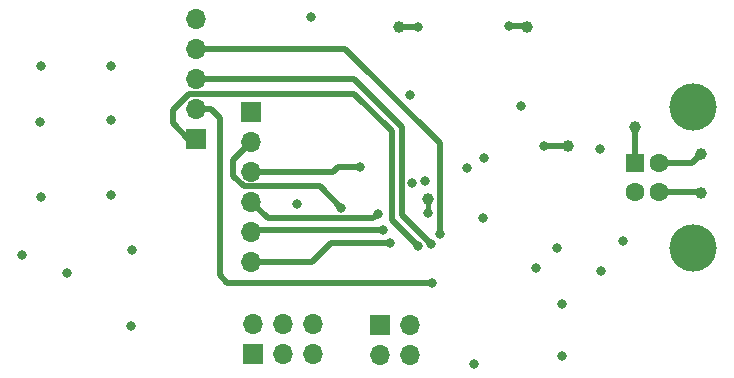
<source format=gbr>
%TF.GenerationSoftware,KiCad,Pcbnew,9.0.6+1*%
%TF.CreationDate,2025-12-12T14:05:26+00:00*%
%TF.ProjectId,KDT_Hierarchical_KiBot,4b44545f-4869-4657-9261-726368696361,0.1.6*%
%TF.SameCoordinates,Original*%
%TF.FileFunction,Copper,L6,Bot*%
%TF.FilePolarity,Positive*%
%FSLAX46Y46*%
G04 Gerber Fmt 4.6, Leading zero omitted, Abs format (unit mm)*
G04 Created by KiCad (PCBNEW 9.0.6+1) date 2025-12-12 14:05:26*
%MOMM*%
%LPD*%
G01*
G04 APERTURE LIST*
%TA.AperFunction,ComponentPad*%
%ADD10R,1.700000X1.700000*%
%TD*%
%TA.AperFunction,ComponentPad*%
%ADD11O,1.700000X1.700000*%
%TD*%
%TA.AperFunction,ComponentPad*%
%ADD12R,1.600000X1.600000*%
%TD*%
%TA.AperFunction,ComponentPad*%
%ADD13C,1.600000*%
%TD*%
%TA.AperFunction,ComponentPad*%
%ADD14C,4.000000*%
%TD*%
%TA.AperFunction,SMDPad,CuDef*%
%ADD15C,1.000000*%
%TD*%
%TA.AperFunction,ViaPad*%
%ADD16C,0.800000*%
%TD*%
%TA.AperFunction,Conductor*%
%ADD17C,0.508000*%
%TD*%
%TA.AperFunction,Conductor*%
%ADD18C,0.381000*%
%TD*%
G04 APERTURE END LIST*
D10*
%TO.P,J3,1,Pin_1*%
%TO.N,Net-(J3-Pin_1)*%
X130773600Y-85194800D03*
D11*
%TO.P,J3,2,Pin_2*%
%TO.N,Net-(J3-Pin_2)*%
X130773600Y-82654800D03*
%TO.P,J3,3,Pin_3*%
%TO.N,Net-(J3-Pin_3)*%
X130773600Y-80114800D03*
%TO.P,J3,4,Pin_4*%
%TO.N,Net-(J3-Pin_4)*%
X130773600Y-77574800D03*
%TO.P,J3,5,Pin_5*%
%TO.N,Net-(J3-Pin_5)*%
X130773600Y-75034800D03*
%TD*%
D10*
%TO.P,J6,1,Pin_1*%
%TO.N,Net-(J6-Pin_1)*%
X135443600Y-82910800D03*
D11*
%TO.P,J6,2,Pin_2*%
%TO.N,Net-(J6-Pin_2)*%
X135443600Y-85450800D03*
%TO.P,J6,3,Pin_3*%
%TO.N,Net-(J6-Pin_3)*%
X135443600Y-87990800D03*
%TO.P,J6,4,Pin_4*%
%TO.N,Net-(J6-Pin_4)*%
X135443600Y-90530800D03*
%TO.P,J6,5,Pin_5*%
%TO.N,Net-(J6-Pin_5)*%
X135443600Y-93070800D03*
%TO.P,J6,6,Pin_6*%
%TO.N,Net-(J6-Pin_6)*%
X135443600Y-95610800D03*
%TD*%
D12*
%TO.P,J2,1,VBUS*%
%TO.N,Net-(J2-VBUS)*%
X167955600Y-87228800D03*
D13*
%TO.P,J2,2,D-*%
%TO.N,Net-(J2-D-)*%
X167955600Y-89728800D03*
%TO.P,J2,3,D+*%
%TO.N,Net-(J2-D+)*%
X169955600Y-89728800D03*
%TO.P,J2,4,GND*%
%TO.N,Earth*%
X169955600Y-87228800D03*
D14*
%TO.P,J2,5,Shield*%
%TO.N,Net-(J2-Shield)*%
X172815600Y-82478800D03*
X172815600Y-94478800D03*
%TD*%
D10*
%TO.P,J5,1,Pin_1*%
%TO.N,/MISO2*%
X135596000Y-103459400D03*
D11*
%TO.P,J5,2,Pin_2*%
%TO.N,+5V*%
X135596000Y-100919400D03*
%TO.P,J5,3,Pin_3*%
%TO.N,/SCK2*%
X138136000Y-103459400D03*
%TO.P,J5,4,Pin_4*%
%TO.N,/MOSI2*%
X138136000Y-100919400D03*
%TO.P,J5,5,Pin_5*%
%TO.N,/RESET2*%
X140676000Y-103459400D03*
%TO.P,J5,6,Pin_6*%
%TO.N,GND*%
X140676000Y-100919400D03*
%TD*%
D10*
%TO.P,J4,1,Pin_1*%
%TO.N,Net-(J4-Pin_1)*%
X146365600Y-100944800D03*
D11*
%TO.P,J4,2,Pin_2*%
%TO.N,Net-(J4-Pin_2)*%
X148905600Y-100944800D03*
%TO.P,J4,3,Pin_3*%
%TO.N,Net-(J4-Pin_3)*%
X146365600Y-103484800D03*
%TO.P,J4,4,Pin_4*%
%TO.N,Net-(J4-Pin_4)*%
X148905600Y-103484800D03*
%TD*%
D15*
%TO.P,TP3,1,1*%
%TO.N,Net-(J2-VBUS)*%
X167955600Y-84180800D03*
%TD*%
%TO.P,TP2,1,1*%
%TO.N,VBUS*%
X162266000Y-85857200D03*
%TD*%
%TO.P,TP6,1,1*%
%TO.N,Net-(U1-XTAL1)*%
X158760800Y-75748000D03*
%TD*%
%TO.P,TP5,1,1*%
%TO.N,Net-(J2-D+)*%
X173543600Y-89768800D03*
%TD*%
%TO.P,TP8,1,1*%
%TO.N,Net-(U1-PC0{slash}XTAL2)*%
X147965800Y-75722600D03*
%TD*%
%TO.P,TP9,1,1*%
%TO.N,Net-(U1-D-)*%
X150429600Y-90276800D03*
%TD*%
%TO.P,TP4,1,1*%
%TO.N,Earth*%
X173543600Y-86466800D03*
%TD*%
D16*
%TO.N,GND*%
X150150200Y-88752800D03*
X158303600Y-82453600D03*
X123556400Y-79075400D03*
X117562000Y-83825200D03*
X139304400Y-90759400D03*
X117587400Y-79024600D03*
X119822600Y-96601400D03*
X161732600Y-103637200D03*
X125283600Y-101046400D03*
X123581800Y-83647400D03*
X148829400Y-81488400D03*
%TO.N,Net-(J2-Shield)*%
X166863400Y-93832800D03*
X164933000Y-86111200D03*
X165034600Y-96372800D03*
%TO.N,+5V*%
X153655400Y-87660600D03*
X117612800Y-90099000D03*
X154315800Y-104297600D03*
X123581800Y-89997400D03*
X140498200Y-74935200D03*
X125309000Y-94594800D03*
X116038000Y-95026600D03*
X149007200Y-88981400D03*
%TO.N,Net-(U1-XTAL1)*%
X157236800Y-75697200D03*
%TO.N,Net-(U1-PC0{slash}XTAL2)*%
X149515200Y-75773400D03*
%TO.N,Earth*%
X155027000Y-91927800D03*
X155154000Y-86847800D03*
X161351600Y-94467800D03*
X161707200Y-99217600D03*
X159522800Y-96144200D03*
%TO.N,VBUS*%
X160208600Y-85857200D03*
%TO.N,Net-(J3-Pin_4)*%
X151369400Y-93248600D03*
%TO.N,Net-(J3-Pin_3)*%
X150632800Y-94086800D03*
%TO.N,Net-(J3-Pin_2)*%
X150759800Y-97388800D03*
%TO.N,Net-(J3-Pin_1)*%
X149540600Y-94290000D03*
%TO.N,Net-(J6-Pin_3)*%
X144613000Y-87584400D03*
%TO.N,Net-(J6-Pin_5)*%
X146543400Y-92918400D03*
%TO.N,Net-(J6-Pin_6)*%
X147153000Y-94010600D03*
%TO.N,Net-(J6-Pin_4)*%
X146162700Y-91546800D03*
%TO.N,Net-(J6-Pin_2)*%
X143068711Y-91084489D03*
%TO.N,Net-(U1-D-)*%
X150429600Y-91470602D03*
%TD*%
D17*
%TO.N,Net-(J2-VBUS)*%
X167955600Y-87228800D02*
X167955600Y-84180800D01*
%TO.N,Net-(U1-XTAL1)*%
X158710000Y-75697200D02*
X158760800Y-75748000D01*
X157236800Y-75697200D02*
X158710000Y-75697200D01*
%TO.N,Net-(J2-D+)*%
X169955600Y-89728800D02*
X173503600Y-89728800D01*
X173503600Y-89728800D02*
X173543600Y-89768800D01*
%TO.N,Net-(U1-PC0{slash}XTAL2)*%
X149464400Y-75722600D02*
X149515200Y-75773400D01*
X147965800Y-75722600D02*
X149464400Y-75722600D01*
%TO.N,Earth*%
X169955600Y-87228800D02*
X172781600Y-87228800D01*
X172781600Y-87228800D02*
X173543600Y-86466800D01*
%TO.N,VBUS*%
X160208600Y-85857200D02*
X162266000Y-85857200D01*
%TO.N,Net-(J3-Pin_4)*%
X130773600Y-77574800D02*
X143366400Y-77574800D01*
X151369400Y-85577800D02*
X151369400Y-93248600D01*
X143366400Y-77574800D02*
X151369400Y-85577800D01*
%TO.N,Net-(J3-Pin_3)*%
X144103000Y-80114800D02*
X148194400Y-84206200D01*
X148194400Y-84206200D02*
X148194400Y-91648400D01*
X130773600Y-80114800D02*
X144103000Y-80114800D01*
X148194400Y-91648400D02*
X150632800Y-94086800D01*
%TO.N,Net-(J3-Pin_2)*%
X139781726Y-97414200D02*
X133411600Y-97414200D01*
X132776600Y-96779200D02*
X132776600Y-83444200D01*
X139807126Y-97388800D02*
X139781726Y-97414200D01*
X133411600Y-97414200D02*
X132776600Y-96779200D01*
X132776600Y-83444200D02*
X131987200Y-82654800D01*
X150759800Y-97388800D02*
X139807126Y-97388800D01*
X131987200Y-82654800D02*
X130773600Y-82654800D01*
%TO.N,Net-(J3-Pin_1)*%
X128763400Y-83901400D02*
X128763400Y-82805526D01*
X130056800Y-85194800D02*
X128763400Y-83901400D01*
X128763400Y-82805526D02*
X130170527Y-81398399D01*
X147356200Y-92105600D02*
X149540600Y-94290000D01*
X130170527Y-81398399D02*
X144167399Y-81398399D01*
X130773600Y-85194800D02*
X130056800Y-85194800D01*
X147356200Y-84587200D02*
X147356200Y-92105600D01*
X144167399Y-81398399D02*
X147356200Y-84587200D01*
%TO.N,Net-(J6-Pin_3)*%
X142327000Y-87990800D02*
X142733400Y-87584400D01*
X142733400Y-87584400D02*
X144613000Y-87584400D01*
X135443600Y-87990800D02*
X142327000Y-87990800D01*
%TO.N,Net-(J6-Pin_5)*%
X146543400Y-92918400D02*
X135596000Y-92918400D01*
X135596000Y-92918400D02*
X135443600Y-93070800D01*
%TO.N,Net-(J6-Pin_6)*%
X142149200Y-94010600D02*
X140549000Y-95610800D01*
X140549000Y-95610800D02*
X135443600Y-95610800D01*
X147153000Y-94010600D02*
X142149200Y-94010600D01*
%TO.N,Net-(J6-Pin_4)*%
X145762701Y-91946799D02*
X136859599Y-91946799D01*
X136859599Y-91946799D02*
X135443600Y-90530800D01*
X146162700Y-91546800D02*
X145762701Y-91946799D01*
%TO.N,Net-(J6-Pin_2)*%
X133919600Y-86974800D02*
X133919600Y-88326274D01*
X135443600Y-85450800D02*
X133919600Y-86974800D01*
X141231423Y-89247201D02*
X143068711Y-91084489D01*
X134840527Y-89247201D02*
X141231423Y-89247201D01*
X133919600Y-88326274D02*
X134840527Y-89247201D01*
D18*
%TO.N,Net-(U1-D-)*%
X150429600Y-90276800D02*
X150429600Y-91470602D01*
%TD*%
M02*

</source>
